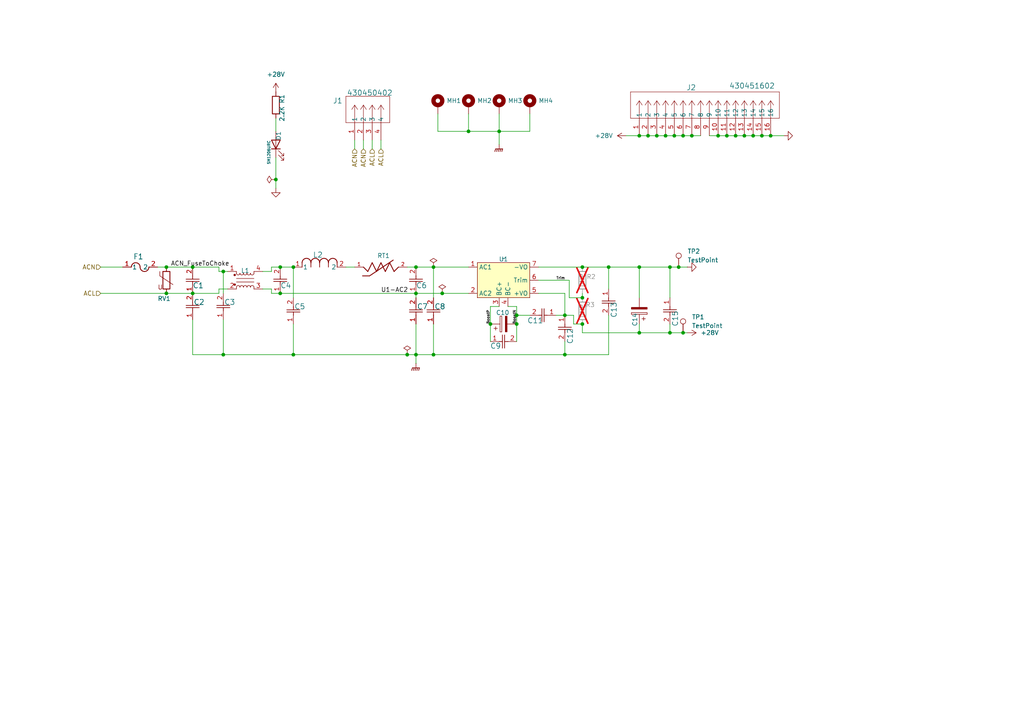
<source format=kicad_sch>
(kicad_sch (version 20231120) (generator "eeschema") (generator_version "8.0")
  (paper "A4")
  (lib_symbols
    (symbol "Connector:TestPoint" (pin_numbers hide) (pin_names (offset 0.762) hide)
      (property "Reference" "TP" (at 0 6.858 0))
      (property "Value" "TestPoint" (at 0 5.08 0))
      (symbol "TestPoint_0_1"
        (circle (center 0 3.302) (radius 0.762))
      )
      (symbol "TestPoint_1_1"
        (pin passive line (at 0 0 90) (length 2.54) (name "1") (number "1"))
      )
    )
    (symbol "Device:C_Polarized" (pin_numbers hide) (pin_names (offset 0.254))
      (property "Reference" "C" (at 0.635 2.54 0))
      (property "Value" "C_Polarized" (at 0.635 -2.54 0))
      (symbol "C_Polarized_0_1"
        (rectangle (start -2.286 0.508) (end 2.286 1.016))
        (polyline (pts (xy -1.778 2.286) (xy -0.762 2.286)))
        (polyline (pts (xy -1.27 2.794) (xy -1.27 1.778)))
        (rectangle (start 2.286 -0.508) (end -2.286 -1.016) (fill (type outline)))
      )
      (symbol "C_Polarized_1_1"
        (pin passive line (at 0 3.81 270) (length 2.794) (name "~") (number "1"))
        (pin passive line (at 0 -3.81 90) (length 2.794) (name "~") (number "2"))
      )
    )
    (symbol "Device:LED" (pin_numbers hide) (pin_names (offset 1.016) hide)
      (property "Reference" "D" (at 0 2.54 0))
      (property "Value" "LED" (at 0 -2.54 0))
      (symbol "LED_0_1"
        (polyline (pts (xy -1.27 -1.27) (xy -1.27 1.27)) (stroke (width 0.254)))
        (polyline (pts (xy -1.27 0) (xy 1.27 0)))
        (polyline (pts (xy 1.27 -1.27) (xy 1.27 1.27) (xy -1.27 0) (xy 1.27 -1.27)) (stroke (width 0.254)))
        (polyline (pts (xy -3.048 -0.762) (xy -4.572 -2.286) (xy -3.81 -2.286) (xy -4.572 -2.286) (xy -4.572 -1.524)))
        (polyline (pts (xy -1.778 -0.762) (xy -3.302 -2.286) (xy -2.54 -2.286) (xy -3.302 -2.286) (xy -3.302 -1.524)))
      )
      (symbol "LED_1_1"
        (pin passive line (at -3.81 0 0) (length 2.54) (name "K") (number "1"))
        (pin passive line (at 3.81 0 180) (length 2.54) (name "A") (number "2"))
      )
    )
    (symbol "Device:R" (pin_numbers hide) (pin_names (offset 0))
      (property "Reference" "R" (at 2.032 0 90))
      (property "Value" "R" (at 0 0 90))
      (symbol "R_0_1"
        (rectangle (start -1.016 -2.54) (end 1.016 2.54) (stroke (width 0.254)))
      )
      (symbol "R_1_1"
        (pin passive line (at 0 3.81 270) (length 1.27) (name "~") (number "1"))
        (pin passive line (at 0 -3.81 90) (length 1.27) (name "~") (number "2"))
      )
    )
    (symbol "Device:Varistor" (pin_numbers hide) (pin_names (offset 0))
      (property "Reference" "RV" (at 3.175 0 90))
      (property "Value" "Varistor" (at -3.175 0 90))
      (symbol "Varistor_0_0"
        (text "U" (at -1.778 -2.032 0) (effects (font (size 1.27 1.27))))
      )
      (symbol "Varistor_0_1"
        (rectangle (start -1.016 -2.54) (end 1.016 2.54) (stroke (width 0.254)))
        (polyline (pts (xy -1.905 2.54) (xy -1.905 1.27) (xy 1.905 -1.27)))
      )
      (symbol "Varistor_1_1"
        (pin passive line (at 0 3.81 270) (length 1.27) (name "~") (number "1"))
        (pin passive line (at 0 -3.81 90) (length 1.27) (name "~") (number "2"))
      )
    )
    (symbol "Mechanical:MountingHole_Pad" (pin_numbers hide) (pin_names (offset 1.016) hide) (exclude_from_sim yes) (in_bom no)
      (property "Reference" "H" (at 0 6.35 0))
      (property "Value" "MountingHole_Pad" (at 0 4.445 0))
      (symbol "MountingHole_Pad_0_1"
        (circle (center 0 1.27) (radius 1.27) (stroke (width 1.27)))
      )
      (symbol "MountingHole_Pad_1_1"
        (pin input line (at 0 -2.54 90) (length 2.54) (name "1") (number "1"))
      )
    )
    (symbol "mohit:2100LL-560-H-RC" (pin_names (offset 0.254))
      (property "Reference" "L" (at 6.985 5.08 0))
      (property "Value" "2100LL-560-H-RC" (at 6.985 -2.54 0))
      (symbol "2100LL-560-H-RC_1_1"
        (polyline (pts (xy 2.54 0) (xy 2.54 1.27)) (stroke (width 0.2032)))
        (polyline (pts (xy 5.08 0) (xy 5.08 1.27)) (stroke (width 0.2032)))
        (polyline (pts (xy 7.62 0) (xy 7.62 1.27)) (stroke (width 0.2032)))
        (polyline (pts (xy 10.16 0) (xy 10.16 1.27)) (stroke (width 0.2032)))
        (polyline (pts (xy 12.7 0) (xy 12.7 1.27)) (stroke (width 0.2032)))
        (arc (start 5.08 1.27) (mid 3.81 2.5344) (end 2.54 1.27) (stroke (width 0.254)))
        (arc (start 7.62 1.27) (mid 6.35 2.5344) (end 5.08 1.27) (stroke (width 0.254)))
        (arc (start 10.16 1.27) (mid 8.89 2.5344) (end 7.62 1.27) (stroke (width 0.254)))
        (arc (start 12.7 1.27) (mid 11.43 2.5344) (end 10.16 1.27) (stroke (width 0.254)))
        (pin unspecified line (at 15.24 0 180) (length 2.54) (name "1") (number "1"))
        (pin unspecified line (at 0 0 0) (length 2.54) (name "2") (number "2"))
      )
      (symbol "2100LL-560-H-RC_1_2"
        (arc (start -1.27 5.08) (mid -2.5344 3.81) (end -1.27 2.54) (stroke (width 0.254)))
        (arc (start -1.27 7.62) (mid -2.5344 6.35) (end -1.27 5.08) (stroke (width 0.254)))
        (arc (start -1.27 10.16) (mid -2.5344 8.89) (end -1.27 7.62) (stroke (width 0.254)))
        (arc (start -1.27 12.7) (mid -2.5344 11.43) (end -1.27 10.16) (stroke (width 0.254)))
        (polyline (pts (xy 0 2.54) (xy -1.27 2.54)) (stroke (width 0.2032)))
        (polyline (pts (xy 0 5.08) (xy -1.27 5.08)) (stroke (width 0.2032)))
        (polyline (pts (xy 0 7.62) (xy -1.27 7.62)) (stroke (width 0.2032)))
        (polyline (pts (xy 0 10.16) (xy -1.27 10.16)) (stroke (width 0.2032)))
        (polyline (pts (xy 0 12.7) (xy -1.27 12.7)) (stroke (width 0.2032)))
        (pin unspecified line (at 0 15.24 270) (length 2.54) (name "1") (number "1"))
        (pin unspecified line (at 0 0 90) (length 2.54) (name "2") (number "2"))
      )
    )
    (symbol "mohit:39213150000" (pin_names (offset 0.254))
      (property "Reference" "F" (at 5.08 3.175 0))
      (property "Value" "39213150000" (at 5.08 -3.175 0))
      (symbol "39213150000_1_1"
        (arc (start 5.08 0) (mid 3.81 1.2645) (end 2.54 0) (stroke (width 0.254)))
        (arc (start 5.08 0) (mid 6.35 -1.2645) (end 7.62 0) (stroke (width 0.254)))
        (pin unspecified line (at 0 0 0) (length 2.54) (name "1") (number "1"))
        (pin unspecified line (at 10.16 0 180) (length 2.54) (name "2") (number "2"))
      )
      (symbol "39213150000_1_2"
        (arc (start 0 5.08) (mid -1.2645 3.81) (end 0 2.54) (stroke (width 0.254)))
        (arc (start 0 5.08) (mid 1.2645 6.35) (end 0 7.62) (stroke (width 0.254)))
        (pin unspecified line (at 0 0 90) (length 2.54) (name "1") (number "1"))
        (pin unspecified line (at 0 10.16 270) (length 2.54) (name "2") (number "2"))
      )
    )
    (symbol "mohit:430450402" (pin_names (offset 0.254))
      (property "Reference" "J" (at 8.89 6.35 0))
      (property "Value" "430450402" (at 0 0 0))
      (property "Footprint" "mohit:430450402_MOL" (at 0 0 0))
      (symbol "430450402_1_1"
        (polyline (pts (xy 5.08 -10.16) (xy 12.7 -10.16)) (stroke (width 0.127)))
        (polyline (pts (xy 5.08 2.54) (xy 5.08 -10.16)) (stroke (width 0.127)))
        (polyline (pts (xy 10.16 -7.62) (xy 5.08 -7.62)) (stroke (width 0.127)))
        (polyline (pts (xy 10.16 -7.62) (xy 8.89 -8.4667)) (stroke (width 0.127)))
        (polyline (pts (xy 10.16 -7.62) (xy 8.89 -6.7733)) (stroke (width 0.127)))
        (polyline (pts (xy 10.16 -5.08) (xy 5.08 -5.08)) (stroke (width 0.127)))
        (polyline (pts (xy 10.16 -5.08) (xy 8.89 -5.9267)) (stroke (width 0.127)))
        (polyline (pts (xy 10.16 -5.08) (xy 8.89 -4.2333)) (stroke (width 0.127)))
        (polyline (pts (xy 10.16 -2.54) (xy 5.08 -2.54)) (stroke (width 0.127)))
        (polyline (pts (xy 10.16 -2.54) (xy 8.89 -3.3867)) (stroke (width 0.127)))
        (polyline (pts (xy 10.16 -2.54) (xy 8.89 -1.6933)) (stroke (width 0.127)))
        (polyline (pts (xy 10.16 0) (xy 5.08 0)) (stroke (width 0.127)))
        (polyline (pts (xy 10.16 0) (xy 8.89 -0.8467)) (stroke (width 0.127)))
        (polyline (pts (xy 10.16 0) (xy 8.89 0.8467)) (stroke (width 0.127)))
        (polyline (pts (xy 12.7 -10.16) (xy 12.7 2.54)) (stroke (width 0.127)))
        (polyline (pts (xy 12.7 2.54) (xy 5.08 2.54)) (stroke (width 0.127)))
        (pin unspecified line (at 0 0 0) (length 5.08) (name "1") (number "1"))
        (pin unspecified line (at 0 -2.54 0) (length 5.08) (name "2") (number "2"))
        (pin unspecified line (at 0 -5.08 0) (length 5.08) (name "3") (number "3"))
        (pin unspecified line (at 0 -7.62 0) (length 5.08) (name "4") (number "4"))
      )
      (symbol "430450402_1_2"
        (polyline (pts (xy 5.08 -10.16) (xy 12.7 -10.16)) (stroke (width 0.127)))
        (polyline (pts (xy 5.08 2.54) (xy 5.08 -10.16)) (stroke (width 0.127)))
        (polyline (pts (xy 7.62 -7.62) (xy 5.08 -7.62)) (stroke (width 0.127)))
        (polyline (pts (xy 7.62 -7.62) (xy 8.89 -8.4667)) (stroke (width 0.127)))
        (polyline (pts (xy 7.62 -7.62) (xy 8.89 -6.7733)) (stroke (width 0.127)))
        (polyline (pts (xy 7.62 -5.08) (xy 5.08 -5.08)) (stroke (width 0.127)))
        (polyline (pts (xy 7.62 -5.08) (xy 8.89 -5.9267)) (stroke (width 0.127)))
        (polyline (pts (xy 7.62 -5.08) (xy 8.89 -4.2333)) (stroke (width 0.127)))
        (polyline (pts (xy 7.62 -2.54) (xy 5.08 -2.54)) (stroke (width 0.127)))
        (polyline (pts (xy 7.62 -2.54) (xy 8.89 -3.3867)) (stroke (width 0.127)))
        (polyline (pts (xy 7.62 -2.54) (xy 8.89 -1.6933)) (stroke (width 0.127)))
        (polyline (pts (xy 7.62 0) (xy 5.08 0)) (stroke (width 0.127)))
        (polyline (pts (xy 7.62 0) (xy 8.89 -0.8467)) (stroke (width 0.127)))
        (polyline (pts (xy 7.62 0) (xy 8.89 0.8467)) (stroke (width 0.127)))
        (polyline (pts (xy 12.7 -10.16) (xy 12.7 2.54)) (stroke (width 0.127)))
        (polyline (pts (xy 12.7 2.54) (xy 5.08 2.54)) (stroke (width 0.127)))
        (pin unspecified line (at 0 0 0) (length 5.08) (name "1") (number "1"))
        (pin unspecified line (at 0 -2.54 0) (length 5.08) (name "2") (number "2"))
        (pin unspecified line (at 0 -5.08 0) (length 5.08) (name "3") (number "3"))
        (pin unspecified line (at 0 -7.62 0) (length 5.08) (name "4") (number "4"))
      )
    )
    (symbol "mohit:430451602" (pin_names (offset 0.254))
      (property "Reference" "J" (at 8.89 6.35 0))
      (property "Value" "430451602" (at 0 0 0))
      (property "Footprint" "mohit:CON_430451602_MOL" (at 0 0 0))
      (symbol "430451602_1_1"
        (polyline (pts (xy 5.08 -40.64) (xy 12.7 -40.64)) (stroke (width 0.127)))
        (polyline (pts (xy 5.08 2.54) (xy 5.08 -40.64)) (stroke (width 0.127)))
        (polyline (pts (xy 10.16 -38.1) (xy 5.08 -38.1)) (stroke (width 0.127)))
        (polyline (pts (xy 10.16 -38.1) (xy 8.89 -38.9467)) (stroke (width 0.127)))
        (polyline (pts (xy 10.16 -38.1) (xy 8.89 -37.2533)) (stroke (width 0.127)))
        (polyline (pts (xy 10.16 -35.56) (xy 5.08 -35.56)) (stroke (width 0.127)))
        (polyline (pts (xy 10.16 -35.56) (xy 8.89 -36.4067)) (stroke (width 0.127)))
        (polyline (pts (xy 10.16 -35.56) (xy 8.89 -34.7133)) (stroke (width 0.127)))
        (polyline (pts (xy 10.16 -33.02) (xy 5.08 -33.02)) (stroke (width 0.127)))
        (polyline (pts (xy 10.16 -33.02) (xy 8.89 -33.8667)) (stroke (width 0.127)))
        (polyline (pts (xy 10.16 -33.02) (xy 8.89 -32.1733)) (stroke (width 0.127)))
        (polyline (pts (xy 10.16 -30.48) (xy 5.08 -30.48)) (stroke (width 0.127)))
        (polyline (pts (xy 10.16 -30.48) (xy 8.89 -31.3267)) (stroke (width 0.127)))
        (polyline (pts (xy 10.16 -30.48) (xy 8.89 -29.6333)) (stroke (width 0.127)))
        (polyline (pts (xy 10.16 -27.94) (xy 5.08 -27.94)) (stroke (width 0.127)))
        (polyline (pts (xy 10.16 -27.94) (xy 8.89 -28.7867)) (stroke (width 0.127)))
        (polyline (pts (xy 10.16 -27.94) (xy 8.89 -27.0933)) (stroke (width 0.127)))
        (polyline (pts (xy 10.16 -25.4) (xy 5.08 -25.4)) (stroke (width 0.127)))
        (polyline (pts (xy 10.16 -25.4) (xy 8.89 -26.2467)) (stroke (width 0.127)))
        (polyline (pts (xy 10.16 -25.4) (xy 8.89 -24.5533)) (stroke (width 0.127)))
        (polyline (pts (xy 10.16 -22.86) (xy 5.08 -22.86)) (stroke (width 0.127)))
        (polyline (pts (xy 10.16 -22.86) (xy 8.89 -23.7067)) (stroke (width 0.127)))
        (polyline (pts (xy 10.16 -22.86) (xy 8.89 -22.0133)) (stroke (width 0.127)))
        (polyline (pts (xy 10.16 -20.32) (xy 5.08 -20.32)) (stroke (width 0.127)))
        (polyline (pts (xy 10.16 -20.32) (xy 8.89 -21.1667)) (stroke (width 0.127)))
        (polyline (pts (xy 10.16 -20.32) (xy 8.89 -19.4733)) (stroke (width 0.127)))
        (polyline (pts (xy 10.16 -17.78) (xy 5.08 -17.78)) (stroke (width 0.127)))
        (polyline (pts (xy 10.16 -17.78) (xy 8.89 -18.6267)) (stroke (width 0.127)))
        (polyline (pts (xy 10.16 -17.78) (xy 8.89 -16.9333)) (stroke (width 0.127)))
        (polyline (pts (xy 10.16 -15.24) (xy 5.08 -15.24)) (stroke (width 0.127)))
        (polyline (pts (xy 10.16 -15.24) (xy 8.89 -16.0867)) (stroke (width 0.127)))
        (polyline (pts (xy 10.16 -15.24) (xy 8.89 -14.3933)) (stroke (width 0.127)))
        (polyline (pts (xy 10.16 -12.7) (xy 5.08 -12.7)) (stroke (width 0.127)))
        (polyline (pts (xy 10.16 -12.7) (xy 8.89 -13.5467)) (stroke (width 0.127)))
        (polyline (pts (xy 10.16 -12.7) (xy 8.89 -11.8533)) (stroke (width 0.127)))
        (polyline (pts (xy 10.16 -10.16) (xy 5.08 -10.16)) (stroke (width 0.127)))
        (polyline (pts (xy 10.16 -10.16) (xy 8.89 -11.0067)) (stroke (width 0.127)))
        (polyline (pts (xy 10.16 -10.16) (xy 8.89 -9.3133)) (stroke (width 0.127)))
        (polyline (pts (xy 10.16 -7.62) (xy 5.08 -7.62)) (stroke (width 0.127)))
        (polyline (pts (xy 10.16 -7.62) (xy 8.89 -8.4667)) (stroke (width 0.127)))
        (polyline (pts (xy 10.16 -7.62) (xy 8.89 -6.7733)) (stroke (width 0.127)))
        (polyline (pts (xy 10.16 -5.08) (xy 5.08 -5.08)) (stroke (width 0.127)))
        (polyline (pts (xy 10.16 -5.08) (xy 8.89 -5.9267)) (stroke (width 0.127)))
        (polyline (pts (xy 10.16 -5.08) (xy 8.89 -4.2333)) (stroke (width 0.127)))
        (polyline (pts (xy 10.16 -2.54) (xy 5.08 -2.54)) (stroke (width 0.127)))
        (polyline (pts (xy 10.16 -2.54) (xy 8.89 -3.3867)) (stroke (width 0.127)))
        (polyline (pts (xy 10.16 -2.54) (xy 8.89 -1.6933)) (stroke (width 0.127)))
        (polyline (pts (xy 10.16 0) (xy 5.08 0)) (stroke (width 0.127)))
        (polyline (pts (xy 10.16 0) (xy 8.89 -0.8467)) (stroke (width 0.127)))
        (polyline (pts (xy 10.16 0) (xy 8.89 0.8467)) (stroke (width 0.127)))
        (polyline (pts (xy 12.7 -40.64) (xy 12.7 2.54)) (stroke (width 0.127)))
        (polyline (pts (xy 12.7 2.54) (xy 5.08 2.54)) (stroke (width 0.127)))
        (pin unspecified line (at 0 0 0) (length 5.08) (name "1") (number "1"))
        (pin unspecified line (at 0 -22.86 0) (length 5.08) (name "10") (number "10"))
        (pin unspecified line (at 0 -25.4 0) (length 5.08) (name "11") (number "11"))
        (pin unspecified line (at 0 -27.94 0) (length 5.08) (name "12") (number "12"))
        (pin unspecified line (at 0 -30.48 0) (length 5.08) (name "13") (number "13"))
        (pin unspecified line (at 0 -33.02 0) (length 5.08) (name "14") (number "14"))
        (pin unspecified line (at 0 -35.56 0) (length 5.08) (name "15") (number "15"))
        (pin unspecified line (at 0 -38.1 0) (length 5.08) (name "16") (number "16"))
        (pin unspecified line (at 0 -2.54 0) (length 5.08) (name "2") (number "2"))
        (pin unspecified line (at 0 -5.08 0) (length 5.08) (name "3") (number "3"))
        (pin unspecified line (at 0 -7.62 0) (length 5.08) (name "4") (number "4"))
        (pin unspecified line (at 0 -10.16 0) (length 5.08) (name "5") (number "5"))
        (pin unspecified line (at 0 -12.7 0) (length 5.08) (name "6") (number "6"))
        (pin unspecified line (at 0 -15.24 0) (length 5.08) (name "7") (number "7"))
        (pin unspecified line (at 0 -17.78 0) (length 5.08) (name "8") (number "8"))
        (pin unspecified line (at 0 -20.32 0) (length 5.08) (name "9") (number "9"))
      )
      (symbol "430451602_1_2"
        (polyline (pts (xy 5.08 -40.64) (xy 12.7 -40.64)) (stroke (width 0.127)))
        (polyline (pts (xy 5.08 2.54) (xy 5.08 -40.64)) (stroke (width 0.127)))
        (polyline (pts (xy 7.62 -38.1) (xy 5.08 -38.1)) (stroke (width 0.127)))
        (polyline (pts (xy 7.62 -38.1) (xy 8.89 -38.9467)) (stroke (width 0.127)))
        (polyline (pts (xy 7.62 -38.1) (xy 8.89 -37.2533)) (stroke (width 0.127)))
        (polyline (pts (xy 7.62 -35.56) (xy 5.08 -35.56)) (stroke (width 0.127)))
        (polyline (pts (xy 7.62 -35.56) (xy 8.89 -36.4067)) (stroke (width 0.127)))
        (polyline (pts (xy 7.62 -35.56) (xy 8.89 -34.7133)) (stroke (width 0.127)))
        (polyline (pts (xy 7.62 -33.02) (xy 5.08 -33.02)) (stroke (width 0.127)))
        (polyline (pts (xy 7.62 -33.02) (xy 8.89 -33.8667)) (stroke (width 0.127)))
        (polyline (pts (xy 7.62 -33.02) (xy 8.89 -32.1733)) (stroke (width 0.127)))
        (polyline (pts (xy 7.62 -30.48) (xy 5.08 -30.48)) (stroke (width 0.127)))
        (polyline (pts (xy 7.62 -30.48) (xy 8.89 -31.3267)) (stroke (width 0.127)))
        (polyline (pts (xy 7.62 -30.48) (xy 8.89 -29.6333)) (stroke (width 0.127)))
        (polyline (pts (xy 7.62 -27.94) (xy 5.08 -27.94)) (stroke (width 0.127)))
        (polyline (pts (xy 7.62 -27.94) (xy 8.89 -28.7867)) (stroke (width 0.127)))
        (polyline (pts (xy 7.62 -27.94) (xy 8.89 -27.0933)) (stroke (width 0.127)))
        (polyline (pts (xy 7.62 -25.4) (xy 5.08 -25.4)) (stroke (width 0.127)))
        (polyline (pts (xy 7.62 -25.4) (xy 8.89 -26.2467)) (stroke (width 0.127)))
        (polyline (pts (xy 7.62 -25.4) (xy 8.89 -24.5533)) (stroke (width 0.127)))
        (polyline (pts (xy 7.62 -22.86) (xy 5.08 -22.86)) (stroke (width 0.127)))
        (polyline (pts (xy 7.62 -22.86) (xy 8.89 -23.7067)) (stroke (width 0.127)))
        (polyline (pts (xy 7.62 -22.86) (xy 8.89 -22.0133)) (stroke (width 0.127)))
        (polyline (pts (xy 7.62 -20.32) (xy 5.08 -20.32)) (stroke (width 0.127)))
        (polyline (pts (xy 7.62 -20.32) (xy 8.89 -21.1667)) (stroke (width 0.127)))
        (polyline (pts (xy 7.62 -20.32) (xy 8.89 -19.4733)) (stroke (width 0.127)))
        (polyline (pts (xy 7.62 -17.78) (xy 5.08 -17.78)) (stroke (width 0.127)))
        (polyline (pts (xy 7.62 -17.78) (xy 8.89 -18.6267)) (stroke (width 0.127)))
        (polyline (pts (xy 7.62 -17.78) (xy 8.89 -16.9333)) (stroke (width 0.127)))
        (polyline (pts (xy 7.62 -15.24) (xy 5.08 -15.24)) (stroke (width 0.127)))
        (polyline (pts (xy 7.62 -15.24) (xy 8.89 -16.0867)) (stroke (width 0.127)))
        (polyline (pts (xy 7.62 -15.24) (xy 8.89 -14.3933)) (stroke (width 0.127)))
        (polyline (pts (xy 7.62 -12.7) (xy 5.08 -12.7)) (stroke (width 0.127)))
        (polyline (pts (xy 7.62 -12.7) (xy 8.89 -13.5467)) (stroke (width 0.127)))
        (polyline (pts (xy 7.62 -12.7) (xy 8.89 -11.8533)) (stroke (width 0.127)))
        (polyline (pts (xy 7.62 -10.16) (xy 5.08 -10.16)) (stroke (width 0.127)))
        (polyline (pts (xy 7.62 -10.16) (xy 8.89 -11.0067)) (stroke (width 0.127)))
        (polyline (pts (xy 7.62 -10.16) (xy 8.89 -9.3133)) (stroke (width 0.127)))
        (polyline (pts (xy 7.62 -7.62) (xy 5.08 -7.62)) (stroke (width 0.127)))
        (polyline (pts (xy 7.62 -7.62) (xy 8.89 -8.4667)) (stroke (width 0.127)))
        (polyline (pts (xy 7.62 -7.62) (xy 8.89 -6.7733)) (stroke (width 0.127)))
        (polyline (pts (xy 7.62 -5.08) (xy 5.08 -5.08)) (stroke (width 0.127)))
        (polyline (pts (xy 7.62 -5.08) (xy 8.89 -5.9267)) (stroke (width 0.127)))
        (polyline (pts (xy 7.62 -5.08) (xy 8.89 -4.2333)) (stroke (width 0.127)))
        (polyline (pts (xy 7.62 -2.54) (xy 5.08 -2.54)) (stroke (width 0.127)))
        (polyline (pts (xy 7.62 -2.54) (xy 8.89 -3.3867)) (stroke (width 0.127)))
        (polyline (pts (xy 7.62 -2.54) (xy 8.89 -1.6933)) (stroke (width 0.127)))
        (polyline (pts (xy 7.62 0) (xy 5.08 0)) (stroke (width 0.127)))
        (polyline (pts (xy 7.62 0) (xy 8.89 -0.8467)) (stroke (width 0.127)))
        (polyline (pts (xy 7.62 0) (xy 8.89 0.8467)) (stroke (width 0.127)))
        (polyline (pts (xy 12.7 -40.64) (xy 12.7 2.54)) (stroke (width 0.127)))
        (polyline (pts (xy 12.7 2.54) (xy 5.08 2.54)) (stroke (width 0.127)))
        (pin unspecified line (at 0 0 0) (length 5.08) (name "1") (number "1"))
        (pin unspecified line (at 0 -22.86 0) (length 5.08) (name "10") (number "10"))
        (pin unspecified line (at 0 -25.4 0) (length 5.08) (name "11") (number "11"))
        (pin unspecified line (at 0 -27.94 0) (length 5.08) (name "12") (number "12"))
        (pin unspecified line (at 0 -30.48 0) (length 5.08) (name "13") (number "13"))
        (pin unspecified line (at 0 -33.02 0) (length 5.08) (name "14") (number "14"))
        (pin unspecified line (at 0 -35.56 0) (length 5.08) (name "15") (number "15"))
        (pin unspecified line (at 0 -38.1 0) (length 5.08) (name "16") (number "16"))
        (pin unspecified line (at 0 -2.54 0) (length 5.08) (name "2") (number "2"))
        (pin unspecified line (at 0 -5.08 0) (length 5.08) (name "3") (number "3"))
        (pin unspecified line (at 0 -7.62 0) (length 5.08) (name "4") (number "4"))
        (pin unspecified line (at 0 -10.16 0) (length 5.08) (name "5") (number "5"))
        (pin unspecified line (at 0 -12.7 0) (length 5.08) (name "6") (number "6"))
        (pin unspecified line (at 0 -15.24 0) (length 5.08) (name "7") (number "7"))
        (pin unspecified line (at 0 -17.78 0) (length 5.08) (name "8") (number "8"))
        (pin unspecified line (at 0 -20.32 0) (length 5.08) (name "9") (number "9"))
      )
    )
    (symbol "mohit:744823220"
      (property "Reference" "L" (at 0 5.08 0))
      (property "Value" "744823220" (at 0 -5.08 0))
      (symbol "744823220_1_1"
        (circle (center -3.048 -1.27) (radius 0.254) (fill (type outline)))
        (circle (center -3.048 1.524) (radius 0.254) (fill (type outline)))
        (arc (start -2.54 2.032) (mid -2.032 1.5262) (end -1.524 2.032))
        (arc (start -1.524 -2.032) (mid -2.032 -1.5262) (end -2.54 -2.032))
        (arc (start -1.524 2.032) (mid -1.016 1.5262) (end -0.508 2.032))
        (arc (start -0.508 -2.032) (mid -1.016 -1.5262) (end -1.524 -2.032))
        (arc (start -0.508 2.032) (mid 0 1.5262) (end 0.508 2.032))
        (polyline (pts (xy -2.54 -2.032) (xy -2.54 -2.54)))
        (polyline (pts (xy -2.54 0.508) (xy 2.54 0.508)))
        (polyline (pts (xy -2.54 2.032) (xy -2.54 2.54)))
        (polyline (pts (xy 2.54 -2.032) (xy 2.54 -2.54)))
        (polyline (pts (xy 2.54 -0.508) (xy -2.54 -0.508)))
        (polyline (pts (xy 2.54 2.54) (xy 2.54 2.032)))
        (arc (start 0.508 -2.032) (mid 0 -1.5262) (end -0.508 -2.032))
        (arc (start 0.508 2.032) (mid 1.016 1.5262) (end 1.524 2.032))
        (arc (start 1.524 -2.032) (mid 1.016 -1.5262) (end 0.508 -2.032))
        (arc (start 1.524 2.032) (mid 2.032 1.5262) (end 2.54 2.032))
        (arc (start 2.54 -2.032) (mid 2.032 -1.5262) (end 1.524 -2.032))
        (pin passive line (at -5.08 2.54 0) (length 2.54) (name "") (number "1"))
        (pin passive line (at -5.08 -2.54 0) (length 2.54) (name "") (number "2"))
        (pin passive line (at 5.08 -2.54 180) (length 2.54) (name "") (number "3"))
        (pin passive line (at 5.08 2.54 180) (length 2.54) (name "") (number "4"))
      )
    )
    (symbol "mohit:ACQ100"
      (property "Reference" "U1" (at 0 7.62 0))
      (property "Value" "~" (at 0 5.08 0))
      (symbol "ACQ100_0_0"
        (pin power_in line (at -10.16 2.54 0) (length 2.54) (name "AC1") (number "1"))
        (pin power_in line (at -10.16 -5.08 0) (length 2.54) (name "AC2") (number "2"))
        (pin passive line (at -1.27 -8.89 90) (length 2.54) (name "BC+") (number "3"))
        (pin passive line (at 1.27 -8.89 90) (length 2.54) (name "BC-") (number "4"))
        (pin power_out line (at 10.16 -5.08 180) (length 2.54) (name "+VO") (number "5"))
        (pin passive line (at 10.16 -1.27 180) (length 2.54) (name "Trim") (number "6"))
        (pin passive line (at 10.16 2.54 180) (length 2.54) (name "-VO") (number "7"))
      )
      (symbol "ACQ100_1_1"
        (rectangle (start -7.62 3.81) (end 7.62 -6.35) (fill (type background)))
      )
    )
    (symbol "mohit:B32922C3104K" (pin_names (offset 0.254))
      (property "Reference" "C" (at 3.81 3.81 0))
      (property "Value" "B32922C3104K" (at 3.81 -3.81 0))
      (symbol "B32922C3104K_1_1"
        (polyline (pts (xy 2.54 0) (xy 3.4798 0)) (stroke (width 0.2032)))
        (polyline (pts (xy 3.4798 -1.905) (xy 3.4798 1.905)) (stroke (width 0.2032)))
        (polyline (pts (xy 4.1148 -1.905) (xy 4.1148 1.905)) (stroke (width 0.2032)))
        (polyline (pts (xy 4.1148 0) (xy 5.08 0)) (stroke (width 0.2032)))
        (pin unspecified line (at 0 0 0) (length 2.54) (name "") (number "1"))
        (pin unspecified line (at 7.62 0 180) (length 2.54) (name "") (number "2"))
      )
      (symbol "B32922C3104K_1_2"
        (polyline (pts (xy -1.905 -4.1148) (xy 1.905 -4.1148)) (stroke (width 0.2032)))
        (polyline (pts (xy -1.905 -3.4798) (xy 1.905 -3.4798)) (stroke (width 0.2032)))
        (polyline (pts (xy 0 -4.1148) (xy 0 -5.08)) (stroke (width 0.2032)))
        (polyline (pts (xy 0 -2.54) (xy 0 -3.4798)) (stroke (width 0.2032)))
        (pin unspecified line (at 0 0 270) (length 2.54) (name "") (number "1"))
        (pin unspecified line (at 0 -7.62 90) (length 2.54) (name "") (number "2"))
      )
    )
    (symbol "mohit:B57236S0509M054" (pin_names (offset 1.016))
      (property "Reference" "RT" (at -5.091 2.5455 0))
      (property "Value" "B57236S0509M054" (at -5.098 -5.098 0))
      (symbol "B57236S0509M054_0_0"
        (polyline (pts (xy -3.81 -1.27) (xy -5.08 0)) (stroke (width 0.254)))
        (polyline (pts (xy -3.302 -2.54) (xy -5.334 -2.54)) (stroke (width 0.254)))
        (polyline (pts (xy -3.302 -2.54) (xy 3.556 2.032)) (stroke (width 0.254)))
        (polyline (pts (xy -2.54 1.27) (xy -3.81 -1.27)) (stroke (width 0.254)))
        (polyline (pts (xy -1.27 -1.27) (xy -2.54 1.27)) (stroke (width 0.254)))
        (polyline (pts (xy -1.27 -1.27) (xy 0 1.27)) (stroke (width 0.254)))
        (polyline (pts (xy 0 1.27) (xy 1.27 -1.27)) (stroke (width 0.254)))
        (polyline (pts (xy 1.27 -1.27) (xy 2.54 1.27)) (stroke (width 0.254)))
        (polyline (pts (xy 2.54 1.27) (xy 3.81 -1.27)) (stroke (width 0.254)))
        (polyline (pts (xy 3.81 -1.27) (xy 5.08 0)) (stroke (width 0.254)))
        (pin passive line (at -7.62 0 0) (length 2.54) (name "~") (number "1"))
        (pin passive line (at 7.62 0 180) (length 2.54) (name "~") (number "2"))
      )
    )
    (symbol "mohit:DE2E3SA472MA3BX02F" (pin_names (offset 0.254))
      (property "Reference" "C" (at 3.81 3.81 0))
      (property "Value" "DE2E3SA472MA3BX02F" (at 3.81 -3.81 0))
      (symbol "DE2E3SA472MA3BX02F_1_1"
        (polyline (pts (xy 2.54 0) (xy 3.4798 0)) (stroke (width 0.2032)))
        (polyline (pts (xy 3.4798 -1.905) (xy 3.4798 1.905)) (stroke (width 0.2032)))
        (polyline (pts (xy 4.1148 -1.905) (xy 4.1148 1.905)) (stroke (width 0.2032)))
        (polyline (pts (xy 4.1148 0) (xy 5.08 0)) (stroke (width 0.2032)))
        (pin unspecified line (at 0 0 0) (length 2.54) (name "") (number "1"))
        (pin unspecified line (at 7.62 0 180) (length 2.54) (name "") (number "2"))
      )
      (symbol "DE2E3SA472MA3BX02F_1_2"
        (polyline (pts (xy -1.905 -4.1148) (xy 1.905 -4.1148)) (stroke (width 0.2032)))
        (polyline (pts (xy -1.905 -3.4798) (xy 1.905 -3.4798)) (stroke (width 0.2032)))
        (polyline (pts (xy 0 -4.1148) (xy 0 -5.08)) (stroke (width 0.2032)))
        (polyline (pts (xy 0 -2.54) (xy 0 -3.4798)) (stroke (width 0.2032)))
        (pin unspecified line (at 0 0 270) (length 2.54) (name "") (number "1"))
        (pin unspecified line (at 0 -7.62 90) (length 2.54) (name "") (number "2"))
      )
    )
    (symbol "mohit:RDER72J104K8K1C11B" (pin_names (offset 0.254))
      (property "Reference" "C" (at 3.81 3.81 0))
      (property "Value" "RDER72J104K8K1C11B" (at 3.81 -3.81 0))
      (symbol "RDER72J104K8K1C11B_1_1"
        (polyline (pts (xy 2.54 0) (xy 3.4798 0)) (stroke (width 0.2032)))
        (polyline (pts (xy 3.4798 -1.905) (xy 3.4798 1.905)) (stroke (width 0.2032)))
        (polyline (pts (xy 4.1148 -1.905) (xy 4.1148 1.905)) (stroke (width 0.2032)))
        (polyline (pts (xy 4.1148 0) (xy 5.08 0)) (stroke (width 0.2032)))
        (pin unspecified line (at 0 0 0) (length 2.54) (name "") (number "1"))
        (pin unspecified line (at 7.62 0 180) (length 2.54) (name "") (number "2"))
      )
      (symbol "RDER72J104K8K1C11B_1_2"
        (polyline (pts (xy -1.905 -4.1148) (xy 1.905 -4.1148)) (stroke (width 0.2032)))
        (polyline (pts (xy -1.905 -3.4798) (xy 1.905 -3.4798)) (stroke (width 0.2032)))
        (polyline (pts (xy 0 -4.1148) (xy 0 -5.08)) (stroke (width 0.2032)))
        (polyline (pts (xy 0 -2.54) (xy 0 -3.4798)) (stroke (width 0.2032)))
        (pin unspecified line (at 0 0 270) (length 2.54) (name "") (number "1"))
        (pin unspecified line (at 0 -7.62 90) (length 2.54) (name "") (number "2"))
      )
    )
    (symbol "power:+28V" (power) (pin_numbers hide) (pin_names (offset 0) hide)
      (property "Value" "+28V" (at 0 3.556 0))
      (symbol "+28V_0_1"
        (polyline (pts (xy -0.762 1.27) (xy 0 2.54)))
        (polyline (pts (xy 0 0) (xy 0 2.54)))
        (polyline (pts (xy 0 2.54) (xy 0.762 1.27)))
      )
      (symbol "+28V_1_1"
        (pin power_in line (at 0 0 90) (length 0) (name "~") (number "1"))
      )
    )
    (symbol "power:GND" (power) (pin_numbers hide) (pin_names (offset 0) hide)
      (property "Value" "GND" (at 0 -3.81 0))
      (symbol "GND_0_1"
        (polyline (pts (xy 0 0) (xy 0 -1.27) (xy 1.27 -1.27) (xy 0 -2.54) (xy -1.27 -1.27) (xy 0 -1.27)))
      )
      (symbol "GND_1_1"
        (pin power_in line (at 0 0 270) (length 0) (name "~") (number "1"))
      )
    )
    (symbol "power:GNDPWR" (power) (pin_numbers hide) (pin_names (offset 0) hide)
      (property "Value" "GNDPWR" (at 0 -3.302 0))
      (symbol "GNDPWR_0_1"
        (polyline (pts (xy 0 -1.27) (xy 0 0)))
        (polyline (pts (xy -1.016 -1.27) (xy -1.27 -2.032) (xy -1.27 -2.032)) (stroke (width 0.2032)))
        (polyline (pts (xy -0.508 -1.27) (xy -0.762 -2.032) (xy -0.762 -2.032)) (stroke (width 0.2032)))
        (polyline (pts (xy 0 -1.27) (xy -0.254 -2.032) (xy -0.254 -2.032)) (stroke (width 0.2032)))
        (polyline (pts (xy 0.508 -1.27) (xy 0.254 -2.032) (xy 0.254 -2.032)) (stroke (width 0.2032)))
        (polyline (pts (xy 1.016 -1.27) (xy -1.016 -1.27) (xy -1.016 -1.27)) (stroke (width 0.2032)))
        (polyline (pts (xy 1.016 -1.27) (xy 0.762 -2.032) (xy 0.762 -2.032) (xy 0.762 -2.032)) (stroke (width 0.2032)))
      )
      (symbol "GNDPWR_1_1"
        (pin power_in line (at 0 0 270) (length 0) (name "~") (number "1"))
      )
    )
    (symbol "power:PWR_FLAG" (power) (pin_numbers hide) (pin_names (offset 0) hide)
      (property "Value" "PWR_FLAG" (at 0 3.81 0))
      (symbol "PWR_FLAG_0_0"
        (pin power_out line (at 0 0 90) (length 0) (name "~") (number "1"))
      )
      (symbol "PWR_FLAG_0_1"
        (polyline (pts (xy 0 0) (xy 0 1.27) (xy -1.016 1.905) (xy 0 2.54) (xy 1.016 1.905) (xy 0 1.27)))
      )
    )
  )
  (junction (at 198.12 39.37))
  (junction (at 190.5 39.37))
  (junction (at 218.44 39.37))
  (junction (at 215.9 39.37))
  (junction (at 213.36 39.37))
  (junction (at 223.52 39.37))
  (junction (at 120.65 77.47))
  (junction (at 85.09 102.87))
  (junction (at 120.65 102.87))
  (junction (at 208.28 39.37))
  (junction (at 176.53 77.47))
  (junction (at 198.12 96.52))
  (junction (at 64.77 102.87))
  (junction (at 55.88 77.47))
  (junction (at 187.96 39.37))
  (junction (at 144.78 38.1))
  (junction (at 220.98 39.37))
  (junction (at 163.83 102.87))
  (junction (at 81.28 77.47))
  (junction (at 195.58 39.37))
  (junction (at 194.31 96.52))
  (junction (at 80.01 52.07))
  (junction (at 48.26 85.09))
  (junction (at 125.73 77.47))
  (junction (at 149.86 91.44))
  (junction (at 168.91 93.98))
  (junction (at 81.28 85.09))
  (junction (at 85.09 77.47))
  (junction (at 128.27 85.09))
  (junction (at 163.83 91.44))
  (junction (at 196.85 77.47))
  (junction (at 64.77 78.74))
  (junction (at 194.31 77.47))
  (junction (at 210.82 39.37))
  (junction (at 55.88 85.09))
  (junction (at 125.73 102.87))
  (junction (at 168.91 77.47))
  (junction (at 185.42 77.47))
  (junction (at 149.86 93.98))
  (junction (at 185.42 96.52))
  (junction (at 120.65 85.09))
  (junction (at 135.89 38.1))
  (junction (at 118.11 102.87))
  (junction (at 168.91 86.36))
  (junction (at 142.24 93.98))
  (junction (at 200.66 39.37))
  (junction (at 193.04 39.37))
  (junction (at 185.42 39.37))
  (junction (at 48.26 77.47))
  (wire (pts (xy 64.77 78.74) (xy 64.77 85.09)))
  (wire (pts (xy 29.21 85.09) (xy 48.26 85.09)))
  (wire (pts (xy 163.83 85.09) (xy 163.83 91.44)))
  (wire (pts (xy 118.11 77.47) (xy 120.65 77.47)))
  (wire (pts (xy 125.73 93.98) (xy 125.73 102.87)))
  (wire (pts (xy 125.73 77.47) (xy 135.89 77.47)))
  (wire (pts (xy 156.21 77.47) (xy 168.91 77.47)))
  (wire (pts (xy 48.26 77.47) (xy 55.88 77.47)))
  (wire (pts (xy 85.09 102.87) (xy 64.77 102.87)))
  (wire (pts (xy 135.89 38.1) (xy 144.78 38.1)))
  (wire (pts (xy 194.31 86.36) (xy 194.31 77.47)))
  (wire (pts (xy 127 38.1) (xy 135.89 38.1)))
  (wire (pts (xy 185.42 77.47) (xy 185.42 86.36)))
  (wire (pts (xy 78.74 78.74) (xy 78.74 77.47)))
  (wire (pts (xy 81.28 77.47) (xy 85.09 77.47)))
  (wire (pts (xy 223.52 39.37) (xy 227.33 39.37)))
  (wire (pts (xy 195.58 39.37) (xy 198.12 39.37)))
  (wire (pts (xy 66.04 78.74) (xy 64.77 78.74)))
  (wire (pts (xy 120.65 86.36) (xy 120.65 85.09)))
  (wire (pts (xy 208.28 39.37) (xy 210.82 39.37)))
  (wire (pts (xy 127 33.02) (xy 127 38.1)))
  (wire (pts (xy 63.5 83.82) (xy 63.5 85.09)))
  (wire (pts (xy 142.24 93.98) (xy 142.24 99.06)))
  (wire (pts (xy 85.09 77.47) (xy 85.09 86.36)))
  (wire (pts (xy 107.95 40.64) (xy 107.95 43.18)))
  (wire (pts (xy 144.78 33.02) (xy 144.78 38.1)))
  (wire (pts (xy 181.61 39.37) (xy 185.42 39.37)))
  (wire (pts (xy 220.98 39.37) (xy 223.52 39.37)))
  (wire (pts (xy 118.11 102.87) (xy 120.65 102.87)))
  (wire (pts (xy 144.78 38.1) (xy 144.78 41.91)))
  (wire (pts (xy 168.91 96.52) (xy 168.91 93.98)))
  (wire (pts (xy 105.41 40.64) (xy 105.41 43.18)))
  (wire (pts (xy 163.83 102.87) (xy 176.53 102.87)))
  (wire (pts (xy 63.5 78.74) (xy 63.5 77.47)))
  (wire (pts (xy 153.67 38.1) (xy 153.67 33.02)))
  (wire (pts (xy 78.74 77.47) (xy 81.28 77.47)))
  (wire (pts (xy 76.2 78.74) (xy 78.74 78.74)))
  (wire (pts (xy 81.28 85.09) (xy 120.65 85.09)))
  (wire (pts (xy 198.12 96.52) (xy 199.39 96.52)))
  (wire (pts (xy 55.88 77.47) (xy 63.5 77.47)))
  (wire (pts (xy 78.74 83.82) (xy 78.74 85.09)))
  (wire (pts (xy 194.31 93.98) (xy 194.31 96.52)))
  (wire (pts (xy 194.31 96.52) (xy 185.42 96.52)))
  (wire (pts (xy 185.42 96.52) (xy 168.91 96.52)))
  (wire (pts (xy 125.73 77.47) (xy 125.73 86.36)))
  (wire (pts (xy 168.91 77.47) (xy 176.53 77.47)))
  (wire (pts (xy 215.9 39.37) (xy 218.44 39.37)))
  (wire (pts (xy 190.5 39.37) (xy 193.04 39.37)))
  (wire (pts (xy 120.65 102.87) (xy 120.65 105.41)))
  (wire (pts (xy 120.65 85.09) (xy 128.27 85.09)))
  (wire (pts (xy 156.21 85.09) (xy 163.83 85.09)))
  (wire (pts (xy 85.09 102.87) (xy 118.11 102.87)))
  (wire (pts (xy 168.91 85.09) (xy 168.91 86.36)))
  (wire (pts (xy 142.24 88.9) (xy 142.24 93.98)))
  (wire (pts (xy 193.04 39.37) (xy 195.58 39.37)))
  (wire (pts (xy 125.73 102.87) (xy 163.83 102.87)))
  (wire (pts (xy 64.77 92.71) (xy 64.77 102.87)))
  (wire (pts (xy 80.01 45.72) (xy 80.01 52.07)))
  (wire (pts (xy 198.12 39.37) (xy 200.66 39.37)))
  (wire (pts (xy 64.77 78.74) (xy 63.5 78.74)))
  (wire (pts (xy 149.86 91.44) (xy 153.67 91.44)))
  (wire (pts (xy 48.26 85.09) (xy 55.88 85.09)))
  (wire (pts (xy 45.72 77.47) (xy 48.26 77.47)))
  (wire (pts (xy 218.44 39.37) (xy 220.98 39.37)))
  (wire (pts (xy 165.1 86.36) (xy 168.91 86.36)))
  (wire (pts (xy 156.21 81.28) (xy 165.1 81.28)))
  (wire (pts (xy 144.78 38.1) (xy 153.67 38.1)))
  (wire (pts (xy 128.27 85.09) (xy 135.89 85.09)))
  (wire (pts (xy 185.42 39.37) (xy 187.96 39.37)))
  (wire (pts (xy 85.09 93.98) (xy 85.09 102.87)))
  (wire (pts (xy 120.65 77.47) (xy 125.73 77.47)))
  (wire (pts (xy 200.66 39.37) (xy 203.2 39.37)))
  (wire (pts (xy 168.91 93.98) (xy 166.37 93.98)))
  (wire (pts (xy 135.89 33.02) (xy 135.89 38.1)))
  (wire (pts (xy 78.74 85.09) (xy 81.28 85.09)))
  (wire (pts (xy 176.53 91.44) (xy 176.53 102.87)))
  (wire (pts (xy 120.65 102.87) (xy 125.73 102.87)))
  (wire (pts (xy 66.04 83.82) (xy 63.5 83.82)))
  (wire (pts (xy 205.74 39.37) (xy 208.28 39.37)))
  (wire (pts (xy 100.33 77.47) (xy 102.87 77.47)))
  (wire (pts (xy 110.49 40.64) (xy 110.49 43.18)))
  (wire (pts (xy 176.53 77.47) (xy 176.53 83.82)))
  (wire (pts (xy 76.2 83.82) (xy 78.74 83.82)))
  (wire (pts (xy 102.87 40.64) (xy 102.87 43.18)))
  (wire (pts (xy 210.82 39.37) (xy 213.36 39.37)))
  (wire (pts (xy 185.42 93.98) (xy 185.42 96.52)))
  (wire (pts (xy 120.65 93.98) (xy 120.65 102.87)))
  (wire (pts (xy 194.31 77.47) (xy 196.85 77.47)))
  (wire (pts (xy 80.01 52.07) (xy 80.01 54.61)))
  (wire (pts (xy 161.29 91.44) (xy 163.83 91.44)))
  (wire (pts (xy 163.83 99.06) (xy 163.83 102.87)))
  (wire (pts (xy 166.37 91.44) (xy 163.83 91.44)))
  (wire (pts (xy 147.32 88.9) (xy 149.86 88.9)))
  (wire (pts (xy 80.01 34.29) (xy 80.01 38.1)))
  (wire (pts (xy 149.86 93.98) (xy 149.86 99.06)))
  (wire (pts (xy 194.31 77.47) (xy 185.42 77.47)))
  (wire (pts (xy 149.86 91.44) (xy 149.86 93.98)))
  (wire (pts (xy 187.96 39.37) (xy 190.5 39.37)))
  (wire (pts (xy 176.53 77.47) (xy 185.42 77.47)))
  (wire (pts (xy 55.88 102.87) (xy 55.88 92.71)))
  (wire (pts (xy 165.1 81.28) (xy 165.1 86.36)))
  (wire (pts (xy 55.88 85.09) (xy 63.5 85.09)))
  (wire (pts (xy 55.88 102.87) (xy 64.77 102.87)))
  (wire (pts (xy 196.85 77.47) (xy 199.39 77.47)))
  (wire (pts (xy 144.78 88.9) (xy 142.24 88.9)))
  (wire (pts (xy 29.21 77.47) (xy 35.56 77.47)))
  (wire (pts (xy 149.86 88.9) (xy 149.86 91.44)))
  (wire (pts (xy 166.37 93.98) (xy 166.37 91.44)))
  (wire (pts (xy 194.31 96.52) (xy 198.12 96.52)))
  (wire (pts (xy 213.36 39.37) (xy 215.9 39.37)))
  (label "Trim" (at 161.29 81.28 0) (effects (font (size 0.762 0.762))))
  (label "BoostN" (at 149.86 93.98 90) (effects (font (size 0.762 0.762))))
  (label "ACN_FuseToChoke" (at 49.53 77.47 0))
  (label "U1-AC2" (at 110.49 85.09 0))
  (label "BoostP" (at 142.24 93.98 90) (effects (font (size 0.762 0.762))))
  (hierarchical_label "ACL" (shape input) (at 110.49 43.18 270))
  (hierarchical_label "ACL" (shape input) (at 107.95 43.18 270))
  (hierarchical_label "ACN" (shape input) (at 102.87 43.18 270))
  (hierarchical_label "ACN" (shape input) (at 29.21 77.47 180))
  (hierarchical_label "ACL" (shape input) (at 29.21 85.09 180))
  (hierarchical_label "ACN" (shape input) (at 105.41 43.18 270))
  (symbol (lib_id "mohit:B32922C3104K") (at 55.88 85.09 90) (unit 1)
    (property "Reference" "C1" (at 55.88 82.804 90) (effects (font (size 1.524 1.524)) (justify right)))
    (property "Value" "B32922C3474K" (effects (hide yes)))
    (property "Footprint" "mohit:CAP_5.0 X 10.5 X 18.0_EPC" (effects (hide yes)))
    (property "Datasheet" "CX 0.47uF/310Vac" (effects (hide yes)))
    (property "Description" "B32922C3474K000  Capacitor" (effects (hide yes)))
  )
  (symbol (lib_id "power:+28V") (at 181.61 39.37 90) (unit 1)
    (property "Reference" "#PWR05" (effects (hide yes)))
    (property "Value" "+28V" (at 177.8 39.3699 90) (effects (justify left)))
    (property "Description" "Power symbol creates a global label with name \"+28V\"" (effects (hide yes)))
  )
  (symbol (lib_id "power:+28V") (at 199.39 96.52 270) (unit 1)
    (property "Reference" "#PWR07" (effects (hide yes)))
    (property "Value" "+28V" (at 203.2 96.5199 90) (effects (justify left)))
    (property "Description" "Power symbol creates a global label with name \"+28V\"" (effects (hide yes)))
  )
  (symbol (lib_id "mohit:B32922C3104K") (at 81.28 85.09 90) (unit 1)
    (property "Reference" "C4" (at 81.28 82.804 90) (effects (font (size 1.524 1.524)) (justify right)))
    (property "Value" "B32922C3474K" (effects (hide yes)))
    (property "Footprint" "mohit:CAP_5.0 X 10.5 X 18.0_EPC" (effects (hide yes)))
    (property "Datasheet" "CX 0.47uF/310Vac" (effects (hide yes)))
    (property "Description" "B32922C3474K000  Capacitor" (effects (hide yes)))
  )
  (symbol (lib_id "power:GND") (at 80.01 54.61 0) (unit 1)
    (property "Reference" "#PWR02" (effects (hide yes)))
    (property "Value" "GND" (effects (hide yes)))
    (property "Description" "Power symbol creates a global label with name \"GND\" , ground" (effects (hide yes)))
  )
  (symbol (lib_id "power:+28V") (at 80.01 26.67 0) (unit 1)
    (property "Reference" "#PWR01" (effects (hide yes)))
    (property "Value" "+28V" (at 80.01 21.59 0))
    (property "Description" "Power symbol creates a global label with name \"+28V\"" (effects (hide yes)))
  )
  (symbol (lib_id "power:PWR_FLAG") (at 80.01 52.07 90) (unit 1)
    (property "Reference" "#FLG01" (effects (hide yes)))
    (property "Value" "PWR_FLAG" (effects (hide yes)))
    (property "Description" "Special symbol for telling ERC where power comes from" (effects (hide yes)))
  )
  (symbol (lib_id "Mechanical:MountingHole_Pad") (at 153.67 30.48 0) (unit 1) (exclude_from_sim yes) (in_bom no)
    (property "Reference" "MH4" (at 156.21 29.2099 0) (effects (justify left)))
    (property "Value" "MountingHole_Pad" (effects (hide yes)))
    (property "Footprint" "MountingHole:MountingHole_3.5mm_Pad_Via" (effects (hide yes)))
    (property "Description" "Mounting Hole with connection" (effects (hide yes)))
  )
  (symbol (lib_id "Device:LED") (at 80.01 41.91 90) (unit 1)
    (property "Reference" "D1" (at 80.772 39.37 0))
    (property "Value" "SM1206URC" (at 77.978 44.196 0) (effects (font (size 0.762 0.762))))
    (property "Footprint" "LED_SMD:LED_1206_3216Metric_Pad1.42x1.75mm_HandSolder" (effects (hide yes)))
    (property "Description" "Light emitting diode" (effects (hide yes)))
  )
  (symbol (lib_id "mohit:DE2E3SA472MA3BX02F") (at 85.09 93.98 90) (unit 1)
    (property "Reference" "C5" (at 85.344 88.9 90) (effects (font (size 1.524 1.524)) (justify right)))
    (property "Value" "DE2E3SA472MA3BX02F" (effects (hide yes)))
    (property "Footprint" "mohit:CAP_DE2E3KY472MB3BM02F_MUR" (effects (hide yes)))
    (property "Datasheet" "CY 4700pF/250Vac" (effects (hide yes)))
    (property "Description" "DE2E3SA472MA3BT02F Cap" (effects (hide yes)))
  )
  (symbol (lib_id "mohit:2100LL-560-H-RC") (at 100.33 77.47 0) (mirror y) (unit 1)
    (property "Reference" "L2" (at 92.202 73.914 0) (effects (font (size 1.524 1.524))))
    (property "Value" "2100LL-560-H-RC" (effects (hide yes)))
    (property "Footprint" "mohit:IND_2100LL_34_H" (effects (hide yes)))
    (property "Datasheet" "2100LL-560-H-RC" (effects (hide yes)))
    (property "Description" "2100LL-470-H-RC Inductor" (effects (hide yes)))
  )
  (symbol (lib_id "Device:C_Polarized") (at 185.42 90.17 180) (unit 1)
    (property "Reference" "C14" (at 184.15 92.71 90))
    (property "Value" "50ZLH220MEFC10X16" (effects (hide yes)))
    (property "Footprint" "mohit:CAP_YX_10X16_RUB" (effects (hide yes)))
    (property "Description" "50ZLH220MEFC10X16 220uF 50V" (effects (hide yes)))
  )
  (symbol (lib_id "Connector:TestPoint") (at 198.12 96.52 0) (unit 1)
    (property "Reference" "TP1" (at 200.66 91.9479 0) (effects (justify left)))
    (property "Value" "TestPoint" (at 200.66 94.4879 0) (effects (justify left)))
    (property "Footprint" "Connector_Pin:Pin_D1.0mm_L10.0mm_LooseFit" (effects (hide yes)))
    (property "Description" "test point" (effects (hide yes)))
  )
  (symbol (lib_id "mohit:DE2E3SA472MA3BX02F") (at 161.29 91.44 180) (unit 1)
    (property "Reference" "C11" (at 152.908 92.964 0) (effects (font (size 1.524 1.524)) (justify right)))
    (property "Value" "DE2E3SA332MA3BX02F" (effects (hide yes)))
    (property "Footprint" "mohit:CAP_DE2E3KY472MB3BM02F_MUR" (effects (hide yes)))
    (property "Datasheet" "DE2E3SA332MA3BX02F" (effects (hide yes)))
    (property "Description" "DE2E3SA332MA3BY02F  3300 pF, ± 20%," (effects (hide yes)))
  )
  (symbol (lib_id "power:PWR_FLAG") (at 125.73 77.47 0) (unit 1)
    (property "Reference" "#FLG02" (effects (hide yes)))
    (property "Value" "PWR_FLAG" (effects (hide yes)))
    (property "Description" "Special symbol for telling ERC where power comes from" (effects (hide yes)))
  )
  (symbol (lib_id "mohit:DE2E3SA472MA3BX02F") (at 55.88 92.71 90) (unit 1)
    (property "Reference" "C2" (at 56.134 87.63 90) (effects (font (size 1.524 1.524)) (justify right)))
    (property "Value" "DE2E3SA472MA3BX02F" (effects (hide yes)))
    (property "Footprint" "mohit:CAP_DE2E3KY472MB3BM02F_MUR" (effects (hide yes)))
    (property "Datasheet" "CY 4700pF/250Vac" (effects (hide yes)))
    (property "Description" "DE2E3SA472MA3BT02F Cap" (effects (hide yes)))
  )
  (symbol (lib_id "mohit:DE2E3SA472MA3BX02F") (at 176.53 83.82 270) (unit 1)
    (property "Reference" "C13" (at 178.054 92.202 0) (effects (font (size 1.524 1.524)) (justify right)))
    (property "Value" "DE2E3SA332MA3BX02F" (effects (hide yes)))
    (property "Footprint" "mohit:CAP_DE2E3KY472MB3BM02F_MUR" (effects (hide yes)))
    (property "Datasheet" "DE2E3SA332MA3BX02F" (effects (hide yes)))
    (property "Description" "DE2E3SA332MA3BY02F  3300 pF, ± 20%," (effects (hide yes)))
  )
  (symbol (lib_id "mohit:ACQ100") (at 146.05 80.01 0) (unit 1)
    (property "Reference" "U1" (at 146.05 75.184 0))
    (property "Value" "~" (at 146.05 74.93 0))
    (property "Footprint" "mohit:ACQ100" (effects (hide yes)))
  )
  (symbol (lib_id "Mechanical:MountingHole_Pad") (at 127 30.48 0) (unit 1) (exclude_from_sim yes) (in_bom no)
    (property "Reference" "MH1" (at 129.54 29.2099 0) (effects (justify left)))
    (property "Value" "MountingHole_Pad" (effects (hide yes)))
    (property "Footprint" "MountingHole:MountingHole_3.5mm_Pad_Via" (effects (hide yes)))
    (property "Description" "Mounting Hole with connection" (effects (hide yes)))
  )
  (symbol (lib_id "power:GND") (at 199.39 77.47 90) (unit 1)
    (property "Reference" "#PWR06" (effects (hide yes)))
    (property "Value" "GND" (effects (hide yes)))
    (property "Description" "Power symbol creates a global label with name \"GND\" , ground" (effects (hide yes)))
  )
  (symbol (lib_id "power:PWR_FLAG") (at 128.27 85.09 0) (unit 1)
    (property "Reference" "#FLG03" (effects (hide yes)))
    (property "Value" "PWR_FLAG" (effects (hide yes)))
    (property "Description" "Special symbol for telling ERC where power comes from" (effects (hide yes)))
  )
  (symbol (lib_id "Device:R") (at 168.91 90.17 0) (unit 1) (in_bom no) (dnp yes)
    (property "Reference" "R3" (at 171.196 88.392 0))
    (property "Value" "DNP" (at 168.91 90.17 90))
    (property "Footprint" "Resistor_SMD:R_0805_2012Metric_Pad1.20x1.40mm_HandSolder" (effects (hide yes)))
    (property "Description" "Resistor" (effects (hide yes)))
  )
  (symbol (lib_id "power:GNDPWR") (at 120.65 105.41 0) (unit 1)
    (property "Reference" "#PWR03" (effects (hide yes)))
    (property "Value" "GNDPWR" (effects (hide yes)))
    (property "Description" "Power symbol creates a global label with name \"GNDPWR\" , global ground" (effects (hide yes)))
  )
  (symbol (lib_id "mohit:B57236S0509M054") (at 110.49 77.47 0) (unit 1)
    (property "Reference" "RT1" (at 111.252 74.168 0))
    (property "Value" "B57236S0509M054" (effects (hide yes)))
    (property "Footprint" "mohit:THRMRB500W60L1150T500H1600" (effects (hide yes)))
    (property "Description" "B57235S0509M000  Thermistor" (effects (hide yes)))
    (property "MF" "EPCOS" (effects (hide yes)))
    (property "Package" "None" (effects (hide yes)))
    (property "Price" "None" (effects (hide yes)))
    (property "Check_prices" "https://www.snapeda.com/parts/B57236S0509M054/EPCOS/view-part/?ref=eda" (effects (hide yes)))
    (property "STANDARD" "IPC-7351B" (effects (hide yes)))
    (property "PARTREV" "8/1/2022" (effects (hide yes)))
    (property "SnapEDA_Link" "https://www.snapeda.com/parts/B57236S0509M054/EPCOS/view-part/?ref=snap" (effects (hide yes)))
    (property "MP" "B57236S0509M054" (effects (hide yes)))
    (property "Availability" "In Stock" (effects (hide yes)))
    (property "MANUFACTURER" "TDK" (effects (hide yes)))
  )
  (symbol (lib_id "Device:C_Polarized") (at 146.05 93.98 90) (unit 1)
    (property "Reference" "C10" (at 145.796 90.678 90))
    (property "Value" "EKXL421ELL121MM30S" (effects (hide yes)))
    (property "Footprint" "mohit:EKXL421ELL121MM30S" (effects (hide yes)))
    (property "Datasheet" "120uF/420Vdc" (effects (hide yes)))
    (property "Description" "EKXJ421ELL121ML50S Polarized capacitor" (effects (hide yes)))
  )
  (symbol (lib_id "mohit:DE2E3SA472MA3BX02F") (at 163.83 91.44 270) (unit 1)
    (property "Reference" "C12" (at 165.354 99.822 0) (effects (font (size 1.524 1.524)) (justify right)))
    (property "Value" "DE2E3SA332MA3BX02F" (effects (hide yes)))
    (property "Footprint" "mohit:CAP_DE2E3KY472MB3BM02F_MUR" (effects (hide yes)))
    (property "Datasheet" "DE2E3SA332MA3BX02F" (effects (hide yes)))
    (property "Description" "DE2E3SA332MA3BY02F  3300 pF, ± 20%," (effects (hide yes)))
  )
  (symbol (lib_id "mohit:DE2E3SA472MA3BX02F") (at 125.73 93.98 90) (unit 1)
    (property "Reference" "C8" (at 125.984 88.9 90) (effects (font (size 1.524 1.524)) (justify right)))
    (property "Value" "DE2E3SA472MA3BX02F" (effects (hide yes)))
    (property "Footprint" "mohit:CAP_DE2E3KY472MB3BM02F_MUR" (effects (hide yes)))
    (property "Datasheet" "CY 4700pF/250Vac" (effects (hide yes)))
    (property "Description" "DE2E3SA472MA3BT02F Cap" (effects (hide yes)))
  )
  (symbol (lib_id "mohit:744823220") (at 71.12 81.28 0) (unit 1)
    (property "Reference" "L1" (at 71.12 78.486 0))
    (property "Value" "744823220" (effects (hide yes)))
    (property "Footprint" "mohit:744823220" (effects (hide yes)))
    (property "Datasheet" "https://www.we-online.com/components/products/datasheet/744232090.pdf" (effects (hide yes)))
    (property "Description" "744823220  Choke" (effects (hide yes)))
  )
  (symbol (lib_id "Connector:TestPoint") (at 196.85 77.47 0) (unit 1)
    (property "Reference" "TP2" (at 199.39 72.8979 0) (effects (justify left)))
    (property "Value" "TestPoint" (at 199.39 75.4379 0) (effects (justify left)))
    (property "Footprint" "Connector_Pin:Pin_D1.0mm_L10.0mm_LooseFit" (effects (hide yes)))
    (property "Description" "test point" (effects (hide yes)))
  )
  (symbol (lib_id "Device:R") (at 168.91 81.28 0) (unit 1) (in_bom no) (dnp yes)
    (property "Reference" "R2" (at 171.45 80.264 0))
    (property "Value" "DNP" (at 168.91 81.28 90))
    (property "Footprint" "Resistor_SMD:R_0805_2012Metric_Pad1.20x1.40mm_HandSolder" (effects (hide yes)))
    (property "Description" "Resistor" (effects (hide yes)))
  )
  (symbol (lib_id "power:GNDPWR") (at 144.78 41.91 0) (unit 1)
    (property "Reference" "#PWR04" (effects (hide yes)))
    (property "Value" "GNDPWR" (effects (hide yes)))
    (property "Description" "Power symbol creates a global label with name \"GNDPWR\" , global ground" (effects (hide yes)))
  )
  (symbol (lib_id "mohit:B32922C3104K") (at 120.65 85.09 90) (unit 1)
    (property "Reference" "C6" (at 120.65 82.804 90) (effects (font (size 1.524 1.524)) (justify right)))
    (property "Value" "B32922C3474K" (effects (hide yes)))
    (property "Footprint" "mohit:CAP_5.0 X 10.5 X 18.0_EPC" (effects (hide yes)))
    (property "Datasheet" "CX 0.47uF/310Vac" (effects (hide yes)))
    (property "Description" "B32922C3474K000  Capacitor" (effects (hide yes)))
  )
  (symbol (lib_id "Mechanical:MountingHole_Pad") (at 135.89 30.48 0) (unit 1) (exclude_from_sim yes) (in_bom no)
    (property "Reference" "MH2" (at 138.43 29.2099 0) (effects (justify left)))
    (property "Value" "MountingHole_Pad" (effects (hide yes)))
    (property "Footprint" "MountingHole:MountingHole_3.5mm_Pad_Via" (effects (hide yes)))
    (property "Description" "Mounting Hole with connection" (effects (hide yes)))
  )
  (symbol (lib_id "mohit:430450402") (at 102.87 40.64 90) (unit 1)
    (property "Reference" "J1" (at 96.52 29.21 90) (effects (font (size 1.524 1.524)) (justify right)))
    (property "Value" "430450402" (at 100.584 26.924 90) (effects (font (size 1.524 1.524)) (justify right)))
    (property "Footprint" "mohit:430450402_MOL" (effects (hide yes)))
    (property "Datasheet" "430450402" (effects (hide yes)))
  )
  (symbol (lib_id "mohit:39213150000") (at 35.56 77.47 0) (unit 1)
    (property "Reference" "F1" (at 40.132 74.422 0) (effects (font (size 1.524 1.524))))
    (property "Value" "39213150000" (effects (hide yes)))
    (property "Footprint" "mohit:FUS_LITTELFUSE_392_LTF" (effects (hide yes)))
    (property "Datasheet" "3.15A/250Vac  Fuse" (effects (hide yes)))
    (property "Description" "MP005517  Fuse" (effects (hide yes)))
  )
  (symbol (lib_id "power:PWR_FLAG") (at 118.11 102.87 0) (unit 1)
    (property "Reference" "#FLG04" (effects (hide yes)))
    (property "Value" "PWR_FLAG" (effects (hide yes)))
    (property "Description" "Special symbol for telling ERC where power comes from" (effects (hide yes)))
  )
  (symbol (lib_id "mohit:RDER72J104K8K1C11B") (at 142.24 99.06 0) (unit 1)
    (property "Reference" "C9" (at 143.764 100.33 0) (effects (font (size 1.524 1.524))))
    (property "Value" "RDER72J104K8K1C11B" (effects (hide yes)))
    (property "Footprint" "mohit:R-8K1_MUR" (effects (hide yes)))
    (property "Datasheet" "0.1uF/630Vdc" (effects (hide yes)))
    (property "Description" "RDER72J104K4M1H03A 0.1 µF, 630 V" (effects (hide yes)))
  )
  (symbol (lib_id "mohit:DE2E3SA472MA3BX02F") (at 64.77 92.71 90) (unit 1)
    (property "Reference" "C3" (at 65.024 87.63 90) (effects (font (size 1.524 1.524)) (justify right)))
    (property "Value" "DE2E3SA472MA3BX02F" (effects (hide yes)))
    (property "Footprint" "mohit:CAP_DE2E3KY472MB3BM02F_MUR" (effects (hide yes)))
    (property "Datasheet" "CY 4700pF/250Vac" (effects (hide yes)))
    (property "Description" "DE2E3SA472MA3BT02F Cap" (effects (hide yes)))
  )
  (symbol (lib_id "mohit:430451602") (at 185.42 39.37 90) (unit 1)
    (property "Reference" "J2" (at 201.9299 25.4 90) (effects (font (size 1.524 1.524)) (justify left)))
    (property "Value" "430451602" (at 224.79 24.892 90) (effects (font (size 1.524 1.524)) (justify left)))
    (property "Footprint" "mohit:CON_430451602_MOL" (effects (hide yes)))
    (property "Datasheet" "430451602" (effects (hide yes)))
  )
  (symbol (lib_id "Mechanical:MountingHole_Pad") (at 144.78 30.48 0) (unit 1) (exclude_from_sim yes) (in_bom no)
    (property "Reference" "MH3" (at 147.32 29.2099 0) (effects (justify left)))
    (property "Value" "MountingHole_Pad" (effects (hide yes)))
    (property "Footprint" "MountingHole:MountingHole_3.5mm_Pad_Via" (effects (hide yes)))
    (property "Description" "Mounting Hole with connection" (effects (hide yes)))
  )
  (symbol (lib_id "Device:Varistor") (at 48.26 81.28 0) (unit 1)
    (property "Reference" "RV1" (at 45.72 86.614 0) (effects (justify left)))
    (property "Value" "MOV-10D621K" (effects (hide yes)))
    (property "Footprint" "Varistor:RV_Disc_D9mm_W4.4mm_P5mm" (effects (hide yes)))
    (property "Datasheet" "620V Varistor" (effects (hide yes)))
    (property "Description" "ISOM3-230-B-L2 Varistor" (effects (hide yes)))
    (property "Sim.Name" "kicad_builtin_varistor" (effects (hide yes)))
    (property "Sim.Device" "SUBCKT" (effects (hide yes)))
    (property "Sim.Pins" "1=A 2=B" (effects (hide yes)))
    (property "Sim.Params" "threshold=1k" (effects (hide yes)))
    (property "Sim.Library" "${KICAD7_SYMBOL_DIR}/Simulation_SPICE.sp" (effects (hide yes)))
  )
  (symbol (lib_id "mohit:DE2E3SA472MA3BX02F") (at 120.65 93.98 90) (unit 1)
    (property "Reference" "C7" (at 120.904 88.9 90) (effects (font (size 1.524 1.524)) (justify right)))
    (property "Value" "DE2E3SA472MA3BX02F" (effects (hide yes)))
    (property "Footprint" "mohit:CAP_DE2E3KY472MB3BM02F_MUR" (effects (hide yes)))
    (property "Datasheet" "CY 4700pF/250Vac" (effects (hide yes)))
    (property "Description" "DE2E3SA472MA3BT02F Cap" (effects (hide yes)))
  )
  (symbol (lib_id "Device:R") (at 80.01 30.48 0) (unit 1)
    (property "Reference" "R1" (at 81.788 28.702 90))
    (property "Value" "2.2K" (at 81.788 33.02 90))
    (property "Footprint" "Resistor_SMD:R_0805_2012Metric_Pad1.20x1.40mm_HandSolder" (effects (hide yes)))
    (property "Description" "Resistor" (effects (hide yes)))
  )
  (symbol (lib_id "power:GND") (at 227.33 39.37 90) (unit 1)
    (property "Reference" "#PWR08" (effects (hide yes)))
    (property "Value" "GND" (effects (hide yes)))
    (property "Description" "Power symbol creates a global label with name \"GND\" , ground" (effects (hide yes)))
  )
  (symbol (lib_id "mohit:DE2E3SA472MA3BX02F") (at 194.31 86.36 270) (unit 1)
    (property "Reference" "C15" (at 195.834 94.742 0) (effects (font (size 1.524 1.524)) (justify right)))
    (property "Value" "GRJ31CR72A105KE11L" (effects (hide yes)))
    (property "Footprint" "Capacitor_SMD:C_1206_3216Metric_Pad1.33x1.80mm_HandSolder" (effects (hide yes)))
    (property "Datasheet" "GRJ31CR72A105KE11L" (effects (hide yes)))
    (property "Description" "GRJ31CR72A105KE11L 1uf 100v" (effects (hide yes)))
  )
)
</source>
